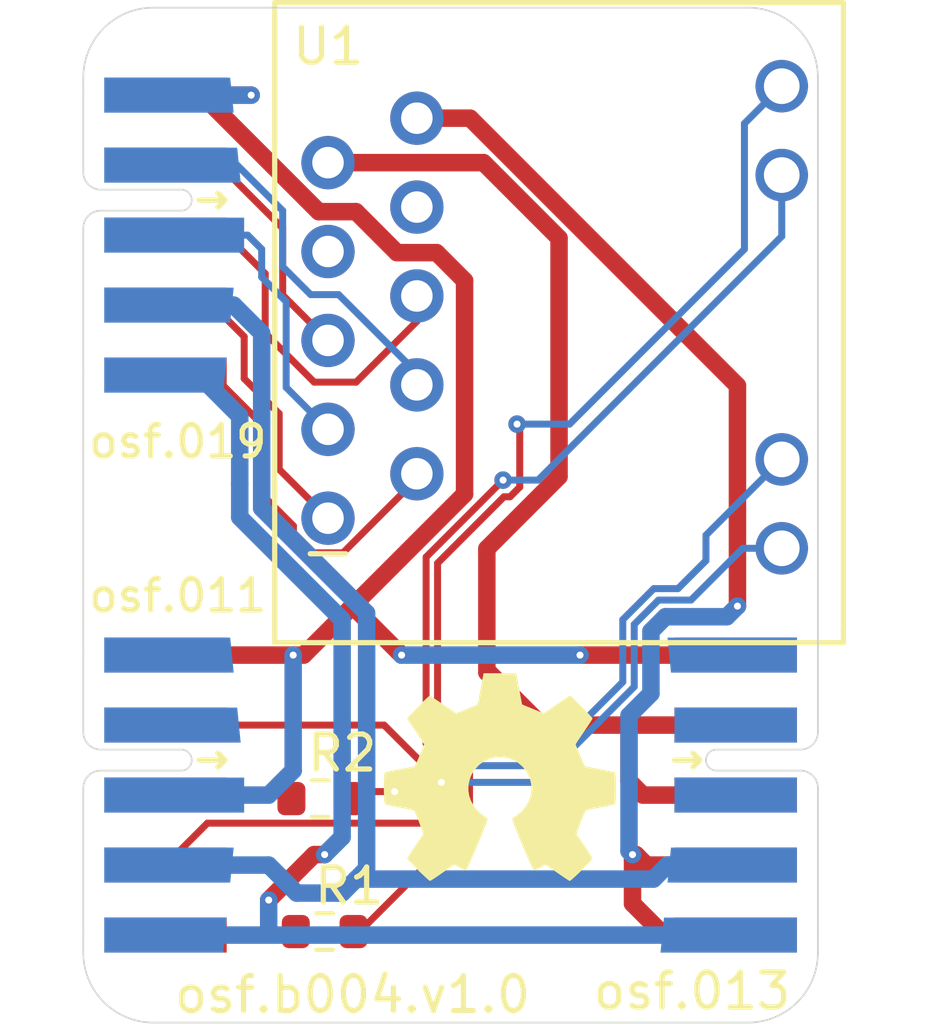
<source format=kicad_pcb>
(kicad_pcb (version 20211014) (generator pcbnew)
  (layers (0 "F.Cu" signal) (31 "B.Cu" signal) (34 "B.Paste" user) (35 "F.Paste" user) (36 "B.SilkS" user "B.Silkscreen") (37 "F.SilkS" user "F.Silkscreen") (38 "B.Mask" user) (39 "F.Mask" user) (44 "Edge.Cuts" user))
  (net 0 "")
  (net 1 "GND")
  (net 2 "/eth_conn/TD+")
  (net 3 "/eth_conn/TD-")
  (net 4 "/eth_conn/RD+")
  (net 5 "/eth_conn/RD-")
  (net 6 "/eth_conn/TCT")
  (net 7 "/eth_conn/RCT")
  (net 8 "/eth_conn/LED1+")
  (net 9 "/eth_conn/LED1-")
  (net 10 "/eth_conn/LED2+")
  (net 11 "/eth_conn/LED2-")
  (net 14 "Net-(J2-Pad9)")
  (net 15 "Net-(J2-Pad10)")
  (net 16 "/eth_conn/VC1+")
  (net 17 "Net-(R1-Pad1)")
  (net 18 "Net-(R2-Pad1)")
  (net 21 "/PoE_GND")
  (footprint "Resistor_SMD:R_0603_1608Metric" (layer "F.Cu") (at 146.775 112.6 180)
    (fp_text reference "R2" (at -0.625 1.3) (layer "F.SilkS"))
    (fp_text value "330R")
    (fp_line (start -0.237258 0.5225) (end 0.237258 0.5225) (layer "F.SilkS") (width 0.12))
    (fp_line (start -0.237258 -0.5225) (end 0.237258 -0.5225) (layer "F.SilkS") (width 0.12))
    (pad "1" smd roundrect (at -0.825 0 180) (size 0.8 0.95) (layers "F.Cu" "F.Paste" "F.Mask") (net 18 "Net-(R2-Pad1)"))
    (pad "2" smd roundrect (at 0.825 0 180) (size 0.8 0.95) (layers "F.Cu" "F.Paste" "F.Mask") (net 9 "/eth_conn/LED1-"))
  )
  (footprint "Symbol:OSHW-Symbol_6.7x6mm_SilkScreen" (layer "F.Cu") (at 151.9 112)
    (fp_text reference "LOGO1" hide)
    (fp_text value "Logo_Open_Hardware_Small" hide)
    (fp_poly (pts (xy 0.555814 -2.531069) (xy 0.639635 -2.086445) (xy 0.94892 -1.958947) (xy 1.258206 -1.831449) (xy 1.629246 -2.083754) (xy 1.733157 -2.154004) (xy 1.827087 -2.216728) (xy 1.906652 -2.269062) (xy 1.96747 -2.308143) (xy 2.005157 -2.331107) (xy 2.015421 -2.336058) (xy 2.03391 -2.323324) (xy 2.07342 -2.288118) (xy 2.129522 -2.234938) (xy 2.197787 -2.168282) (xy 2.273786 -2.092646) (xy 2.353092 -2.012528) (xy 2.431275 -1.932426) (xy 2.503907 -1.856836) (xy 2.566559 -1.790255) (xy 2.614803 -1.737182) (xy 2.64421 -1.702113) (xy 2.651241 -1.690377) (xy 2.641123 -1.66874) (xy 2.612759 -1.621338) (xy 2.569129 -1.552807) (xy 2.513218 -1.467785) (xy 2.448006 -1.370907) (xy 2.410219 -1.31565) (xy 2.341343 -1.214752) (xy 2.28014 -1.123701) (xy 2.229578 -1.04703) (xy 2.192628 -0.989272) (xy 2.172258 -0.954957) (xy 2.169197 -0.947746) (xy 2.176136 -0.927252) (xy 2.195051 -0.879487) (xy 2.223087 -0.811168) (xy 2.257391 -0.729011) (xy 2.295109 -0.63973) (xy 2.333387 -0.550042) (xy 2.36937 -0.466662) (xy 2.400206 -0.396306) (xy 2.423039 -0.34569) (xy 2.435017 -0.321529) (xy 2.435724 -0.320578) (xy 2.454531 -0.315964) (xy 2.504618 -0.305672) (xy 2.580793 -0.290713) (xy 2.677865 -0.272099) (xy 2.790643 -0.250841) (xy 2.856442 -0.238582) (xy 2.97695 -0.215638) (xy 3.085797 -0.193805) (xy 3.177476 -0.174278) (xy 3.246481 -0.158252) (xy 3.287304 -0.146921) (xy 3.295511 -0.143326) (xy 3.303548 -0.118994) (xy 3.310033 -0.064041) (xy 3.31497 0.015108) (xy 3.318364 0.112026) (xy 3.320218 0.220287) (xy 3.320538 0.333465) (xy 3.319327 0.445135) (xy 3.31659 0.548868) (xy 3.312331 0.638241) (xy 3.306555 0.706826) (xy 3.299267 0.748197) (xy 3.294895 0.75681) (xy 3.268764 0.767133) (xy 3.213393 0.781892) (xy 3.136107 0.799352) (xy 3.04423 0.81778) (xy 3.012158 0.823741) (xy 2.857524 0.852066) (xy 2.735375 0.874876) (xy 2.641673 0.89308) (xy 2.572384 0.907583) (xy 2.523471 0.919292) (xy 2.490897 0.929115) (xy 2.470628 0.937956) (xy 2.458626 0.946724) (xy 2.456947 0.948457) (xy 2.440184 0.976371) (xy 2.414614 1.030695) (xy 2.382788 1.104777) (xy 2.34726 1.191965) (xy 2.310583 1.285608) (xy 2.275311 1.379052) (xy 2.243996 1.465647) (xy 2.219193 1.53874) (xy 2.203454 1.591678) (xy 2.199332 1.617811) (xy 2.199676 1.618726) (xy 2.213641 1.640086) (xy 2.245322 1.687084) (xy 2.291391 1.754827) (xy 2.348518 1.838423) (xy 2.413373 1.932982) (xy 2.431843 1.959854) (xy 2.497699 2.057275) (xy 2.55565 2.146163) (xy 2.602538 2.221412) (xy 2.635207 2.27792) (xy 2.6505 2.310581) (xy 2.651241 2.314593) (xy 2.638392 2.335684) (xy 2.602888 2.377464) (xy 2.549293 2.435445) (xy 2.482171 2.505135) (xy 2.406087 2.582045) (xy 2.325604 2.661683) (xy 2.245287 2.739561) (xy 2.169699 2.811186) (xy 2.103405 2.87207) (xy 2.050969 2.917721) (xy 2.016955 2.94365) (xy 2.007545 2.947883) (xy 1.985643 2.937912) (xy 1.9408 2.91102) (xy 1.880321 2.871736) (xy 1.833789 2.840117) (xy 1.749475 2.782098) (xy 1.649626 2.713784) (xy 1.549473 2.645579) (xy 1.495627 2.609075) (xy 1.313371 2.4858) (xy 1.160381 2.56852) (xy 1.090682 2.604759) (xy 1.031414 2.632926) (xy 0.991311 2.648991) (xy 0.981103 2.651226) (xy 0.968829 2.634722) (xy 0.944613 2.588082) (xy 0.910263 2.515609) (xy 0.867588 2.421606) (xy 0.818394 2.310374) (xy 0.76449 2.186215) (xy 0.707684 2.053432) (xy 0.649782 1.916327) (xy 0.592593 1.779202) (xy 0.537924 1.646358) (xy 0.487584 1.522098) (xy 0.44338 1.410725) (xy 0.407119 1.316539) (xy 0.380609 1.243844) (xy 0.365658 1.196941) (xy 0.363254 1.180833) (xy 0.382311 1.160286) (xy 0.424036 1.126933) (xy 0.479706 1.087702) (xy 0.484378 1.084599) (xy 0.628264 0.969423) (xy 0.744283 0.835053) (xy 0.83143 0.685784) (xy 0.888699 0.525913) (xy 0.915086 0.359737) (xy 0.909585 0.191552) (xy 0.87119 0.025655) (xy 0.798895 -0.133658) (xy 0.777626 -0.168513) (xy 0.666996 -0.309263) (xy 0.536302 -0.422286) (xy 0.390064 -0.506997) (xy 0.232808 -0.562806) (xy 0.069057 -0.589126) (xy -0.096667 -0.58537) (xy -0.259838 -0.55095) (xy -0.415935 -0.485277) (xy -0.560433 -0.387765) (xy -0.605131 -0.348187) (xy -0.718888 -0.224297) (xy -0.801782 -0.093876) (xy -0.858644 0.052315) (xy -0.890313 0.197088) (xy -0.898131 0.35986) (xy -0.872062 0.52344) (xy -0.814755 0.682298) (xy -0.728856 0.830906) (xy -0.617014 0.963735) (xy -0.481877 1.075256) (xy -0.464117 1.087011) (xy -0.40785 1.125508) (xy -0.365077 1.158863) (xy -0.344628 1.18016) (xy -0.344331 1.180833) (xy -0.348721 1.203871) (xy -0.366124 1.256157) (xy -0.394732 1.33339) (xy -0.432735 1.431268) (xy -0.478326 1.545491) (xy -0.529697 1.671758) (xy -0.585038 1.805767) (xy -0.642542 1.943218) (xy -0.700399 2.079808) (xy -0.756802 2.211237) (xy -0.809942 2.333205) (xy -0.85801 2.441409) (xy -0.899199 2.531549) (xy -0.931699 2.599323) (xy -0.953703 2.64043) (xy -0.962564 2.651226) (xy -0.98964 2.642819) (xy -1.040303 2.620272) (xy -1.105817 2.587613) (xy -1.141841 2.56852) (xy -1.294832 2.4858) (xy -1.477088 2.609075) (xy -1.570125 2.672228) (xy -1.671985 2.741727) (xy -1.767438 2.807165) (xy -1.81525 2.840117) (xy -1.882495 2.885273) (xy -1.939436 2.921057) (xy -1.978646 2.942938) (xy -1.991381 2.947563) (xy -2.009917 2.935085) (xy -2.050941 2.900252) (xy -2.110475 2.846678) (xy -2.184542 2.777983) (xy -2.269165 2.697781) (xy -2.322685 2.646286) (xy -2.416319 2.554286) (xy -2.497241 2.471999) (xy -2.562177 2.402945) (xy -2.607858 2.350644) (xy -2.631011 2.318616) (xy -2.633232 2.312116) (xy -2.622924 2.287394) (xy -2.594439 2.237405) (xy -2.550937 2.167212) (xy -2.495577 2.081875) (xy -2.43152 1.986456) (xy -2.413303 1.959854) (xy -2.346927 1.863167) (xy -2.287378 1.776117) (xy -2.237984 1.703595) (xy -2.202075 1.650493) (xy -2.182981 1.621703) (xy -2.181136 1.618726) (xy -2.183895 1.595782) (xy -2.198538 1.545336) (xy -2.222513 1.474041) (xy -2.253266 1.388547) (xy -2.288244 1.295507) (xy -2.324893 1.201574) (xy -2.360661 1.113399) (xy -2.392994 1.037634) (xy -2.419338 0.980931) (xy -2.437142 0.949943) (xy -2.438407 0.948457) (xy -2.449294 0.939601) (xy -2.467682 0.930843) (xy -2.497606 0.921277) (xy -2.543103 0.909996) (xy -2.608209 0.896093) (xy -2.696961 0.878663) (xy -2.813393 0.856798) (xy -2.961542 0.829591) (xy -2.993618 0.823741) (xy -3.088686 0.805374) (xy -3.171565 0.787405) (xy -3.23493 0.771569) (xy -3.271458 0.7596) (xy -3.276356 0.75681) (xy -3.284427 0.732072) (xy -3.290987 0.67679) (xy -3.296033 0.597389) (xy -3.299559 0.500296) (xy -3.301561 0.391938) (xy -3.302036 0.27874) (xy -3.300977 0.167128) (xy -3.298382 0.063529) (xy -3.294246 -0.025632) (xy -3.288563 -0.093928) (xy -3.281331 -0.134934) (xy -3.276971 -0.143326) (xy -3.252698 -0.151792) (xy -3.197426 -0.165565) (xy -3.116662 -0.18345) (xy -3.015912 -0.204252) (xy -2.900683 -0.226777) (xy -2.837902 -0.238582) (xy -2.718787 -0.260849) (xy -2.612565 -0.281021) (xy -2.524427 -0.298085) (xy -2.459566 -0.311031) (xy -2.423174 -0.318845) (xy -2.417184 -0.320578) (xy -2.407061 -0.34011) (xy -2.385662 -0.387157) (xy -2.355839 -0.454997) (xy -2.320445 -0.536909) (xy -2.282332 -0.626172) (xy -2.244353 -0.716065) (xy -2.20936 -0.799865) (xy -2.180206 -0.870853) (xy -2.159743 -0.922306) (xy -2.150823 -0.947503) (xy -2.150657 -0.948604) (xy -2.160769 -0.968481) (xy -2.189117 -1.014223) (xy -2.232723 -1.081283) (xy -2.288606 -1.165116) (xy -2.353787 -1.261174) (xy -2.391679 -1.31635) (xy -2.460725 -1.417519) (xy -2.52205 -1.50937) (xy -2.572663 -1.587256) (xy -2.609571 -1.646531) (xy -2.629782 -1.682549) (xy -2.632701 -1.690623) (xy -2.620153 -1.709416) (xy -2.585463 -1.749543) (xy -2.533063 -1.806507) (xy -2.467384 -1.875815) (xy -2.392856 -1.952969) (xy -2.313913 -2.033475) (xy -2.234983 -2.112837) (xy -2.1605 -2.18656) (xy -2.094894 -2.250148) (xy -2.042596 -2.299106) (xy -2.008039 -2.328939) (xy -1.996478 -2.336058) (xy -1.977654 -2.326047) (xy -1.932631 -2.297922) (xy -1.865787 -2.254546) (xy -1.781499 -2.198782) (xy -1.684144 -2.133494) (xy -1.610707 -2.083754) (xy -1.239667 -1.831449) (xy -0.621095 -2.086445) (xy -0.537275 -2.531069) (xy -0.453454 -2.975693) (xy 0.471994 -2.975693) (xy 0.555814 -2.531069)) (layer "F.SilkS") (width 0.01) (fill solid))
  )
  (footprint "on_edge:on_edge_2x05_device" (layer "F.Cu") (at 140 112.5 -90)
    (fp_text reference "J2")
    (fp_text value "011_GPIO")
    (fp_line (start -1 -4.05) (end -1 -3.323) (layer "F.SilkS") (width 0.153))
    (fp_line (start -1 -4.05) (end -0.8 -3.85) (layer "F.SilkS") (width 0.153))
    (fp_line (start -1.2 -3.85) (end -1 -4.05) (layer "F.SilkS") (width 0.153))
    (fp_line (start -4 0) (end -1.8 0) (layer "Edge.Cuts") (width 0.05))
    (fp_line (start -0.7 -0.5) (end -0.7 -2.8) (layer "Edge.Cuts") (width 0.05))
    (fp_line (start -1.3 -2.8) (end -1.3 -0.5) (layer "Edge.Cuts") (width 0.05))
    (fp_line (start -0.2 0) (end 4 0) (layer "Edge.Cuts") (width 0.05))
    (fp_arc (start -1.3 -2.8) (mid -1 -3.1) (end -0.7 -2.8) (layer "Edge.Cuts") (width 0.05))
    (fp_arc (start -1.3 -0.5) (mid -1.446447 -0.146447) (end -1.8 0) (layer "Edge.Cuts") (width 0.05))
    (fp_arc (start -0.2 0) (mid -0.553553 -0.146447) (end -0.7 -0.5) (layer "Edge.Cuts") (width 0.05))
    (pad "1" smd rect (at -4 -2.35 90) (size 1 3.5) (layers "F.Cu" "F.Mask") (net 1 "GND"))
    (pad "2" smd rect (at -2 -2.35 270) (size 1 3.5) (layers "F.Cu" "F.Mask") (net 8 "/eth_conn/LED1+"))
    (pad "3" smd rect (at 0 -2.35 270) (size 1 3.5) (layers "F.Cu" "F.Mask") (net 9 "/eth_conn/LED1-"))
    (pad "4" smd rect (at 2 -2.35 90) (size 1 3.5) (layers "F.Cu" "F.Mask") (net 10 "/eth_conn/LED2+"))
    (pad "5" smd rect (at 4 -2.35 90) (size 1 3.5) (layers "F.Cu" "F.Mask") (net 11 "/eth_conn/LED2-"))
    (pad "6" smd custom (at -4 -2.4 270) (size 1 3.6) (layers "B.Cu" "B.Mask") (options (clearance outline) (anchor rect)) (primitives (gr_poly (pts (xy 0.5 -1.8) (xy 0.5 -1.9) (xy -0.5 -1.8)) (width 0) (fill yes))))
    (pad "7" smd custom (at -2 -2.1 270) (size 1 3) (layers "B.Cu" "B.Mask") (options (clearance outline) (anchor rect)) (primitives (gr_poly (pts (xy 0.3 -0.51) (xy 0.31 -0.62) (xy 0.33 -0.7) (xy 0.35 -0.76) (xy 0.37 -0.81) (xy 0.4 -0.86) (xy 0.44 -0.92) (xy 0.48 -0.97) (xy 0.5 -0.99) (xy 0.5 -2.4) (xy -0.5 -2.3) (xy -0.5 1.5) (xy 0.3 1.5)) (width 0) (fill yes))))
    (pad "8" smd rect (at 0 -2.6 270) (size 1 4) (layers "B.Cu" "B.Mask") (net 1 "GND"))
    (pad "9" smd custom (at 2 -2.4 270) (size 1 3.6) (layers "B.Cu" "B.Mask") (net 14 "Net-(J2-Pad9)") (options (clearance outline) (anchor rect)) (primitives (gr_poly (pts (xy -0.5 -1.8) (xy -0.5 -1.9) (xy 0.5 -1.8)) (width 0) (fill yes))))
    (pad "10" smd custom (at 4 -2.3 270) (size 1 3.4) (layers "B.Cu" "B.Mask") (net 15 "Net-(J2-Pad10)") (options (clearance outline) (anchor rect)) (primitives (gr_poly (pts (xy -0.5 -1.7) (xy -0.5 -1.8) (xy 0.5 -1.7)) (width 0) (fill yes))))
  )
  (footprint "on_edge:on_edge_2x05_host" (layer "F.Cu") (at 161 112.5 -90)
    (fp_text reference "J3")
    (fp_text value "PoE")
    (fp_line (start -1 4.1) (end -1 3.373) (layer "F.SilkS") (width 0.153))
    (fp_line (start -0.8 3.573) (end -1 3.373) (layer "F.SilkS") (width 0.153))
    (fp_line (start -1 3.373) (end -1.2 3.573) (layer "F.SilkS") (width 0.153))
    (fp_line (start -0.2 0) (end 4 0) (layer "Edge.Cuts") (width 0.05))
    (fp_line (start -4 0) (end -1.8 0) (layer "Edge.Cuts") (width 0.05))
    (fp_line (start -0.7 2.9) (end -0.7 0.5) (layer "Edge.Cuts") (width 0.05))
    (fp_line (start -1.3 0.5) (end -1.3 2.9) (layer "Edge.Cuts") (width 0.05))
    (fp_arc (start -1.8 0) (mid -1.446447 0.146447) (end -1.3 0.5) (layer "Edge.Cuts") (width 0.05))
    (fp_arc (start -0.7 0.5) (mid -0.553553 0.146447) (end -0.2 0) (layer "Edge.Cuts") (width 0.05))
    (fp_arc (start -0.7 2.9) (mid -1 3.2) (end -1.3 2.9) (layer "Edge.Cuts") (width 0.05))
    (pad "1" smd rect (at -4 2.35 270) (size 1 3.5) (layers "F.Cu" "F.Mask") (net 1 "GND"))
    (pad "2" smd rect (at -2 2.35 270) (size 1 3.5) (layers "F.Cu" "F.Mask") (net 16 "/eth_conn/VC1+"))
    (pad "3" smd rect (at 0 2.35 270) (size 1 3.5) (layers "F.Cu" "F.Mask") (net 16 "/eth_conn/VC1+"))
    (pad "4" smd rect (at 2 2.35 270) (size 1 3.5) (layers "F.Cu" "F.Mask") (net 21 "/PoE_GND"))
    (pad "5" smd rect (at 4 2.35 270) (size 1 3.5) (layers "F.Cu" "F.Mask") (net 21 "/PoE_GND"))
    (pad "6" smd custom (at -4 2.4 90) (size 1 3.6) (layers "B.Cu" "B.Mask") (options (clearance outline) (anchor rect)) (primitives (gr_poly (pts (xy 0.5 -1.8) (xy -0.5 -1.8) (xy 0.5 -1.9)) (width 0) (fill yes))))
    (pad "7" smd rect (at -2 2.35 90) (size 1 3.5) (layers "B.Cu" "B.Mask"))
    (pad "8" smd rect (at 0 2.35 90) (size 1 3.5) (layers "B.Cu" "B.Mask"))
    (pad "9" smd custom (at 2 2.4 90) (size 1 3.6) (layers "B.Cu" "B.Mask") (net 14 "Net-(J2-Pad9)") (options (clearance outline) (anchor rect)) (primitives (gr_poly (pts (xy 0.5 -1.8) (xy -0.5 -1.8) (xy -0.5 -1.9)) (width 0) (fill yes))))
    (pad "10" smd custom (at 4 2.5 90) (size 1 3.8) (layers "B.Cu" "B.Mask") (net 15 "Net-(J2-Pad10)") (options (clearance outline) (anchor rect)) (primitives (gr_poly (pts (xy 0.5 -1.9) (xy -0.5 -1.9) (xy -0.5 -2)) (width 0) (fill yes))))
  )
  (footprint "b004:7499211121A" (layer "F.Cu") (at 146.996 94.428 -90)
    (fp_text reference "U1" (at -3.328 -0.004) (layer "F.SilkS"))
    (fp_text value "7499211121A")
    (fp_line (start 11.176 0.508) (end 11.176 -0.508) (layer "F.SilkS") (width 0.15))
    (fp_line (start 13.208 -14.732) (end -4.572 -14.732) (layer "F.SilkS") (width 0.15))
    (fp_line (start 13.208 -14.732) (end 13.716 -14.732) (layer "F.SilkS") (width 0.15))
    (fp_line (start 13.716 -14.732) (end 13.716 1.524) (layer "F.SilkS") (width 0.15))
    (fp_line (start -4.572 1.524) (end -4.572 -14.732) (layer "F.SilkS") (width 0.15))
    (fp_line (start -4.572 1.524) (end 13.716 1.524) (layer "F.SilkS") (width 0.15))
    (pad "" np_thru_hole circle (at 12.19 -5.84 270) (size 1.6 1.6) (drill 1.6) (layers *.Cu *.Mask))
    (pad "" np_thru_hole circle (at 10.16 -8.89 270) (size 3.25 3.25) (drill 3.25) (layers *.Cu *.Mask))
    (pad "" np_thru_hole circle (at -3.3 -5.84 270) (size 1.6 1.6) (drill 1.6) (layers *.Cu *.Mask))
    (pad "" np_thru_hole circle (at -1.27 -8.89 270) (size 3.25 3.25) (drill 3.25) (layers *.Cu *.Mask))
    (pad "1" thru_hole circle (at 10.16 0 270) (size 1.524 1.524) (drill 0.9) (layers *.Cu *.Mask) (net 4 "/eth_conn/RD+"))
    (pad "2" thru_hole circle (at 8.89 -2.54 270) (size 1.524 1.524) (drill 0.9) (layers *.Cu *.Mask) (net 5 "/eth_conn/RD-"))
    (pad "3" thru_hole circle (at 7.62 0 270) (size 1.524 1.524) (drill 0.9) (layers *.Cu *.Mask) (net 7 "/eth_conn/RCT"))
    (pad "4" thru_hole circle (at 6.35 -2.54 270) (size 1.524 1.524) (drill 0.9) (layers *.Cu *.Mask) (net 6 "/eth_conn/TCT"))
    (pad "5" thru_hole circle (at 5.08 0 270) (size 1.524 1.524) (drill 0.9) (layers *.Cu *.Mask) (net 2 "/eth_conn/TD+"))
    (pad "6" thru_hole circle (at 3.81 -2.54 270) (size 1.524 1.524) (drill 0.9) (layers *.Cu *.Mask) (net 3 "/eth_conn/TD-"))
    (pad "7" thru_hole circle (at 2.54 0 270) (size 1.524 1.524) (drill 0.9) (layers *.Cu *.Mask))
    (pad "8" thru_hole circle (at 1.27 -2.54 270) (size 1.524 1.524) (drill 0.9) (layers *.Cu *.Mask))
    (pad "9" thru_hole circle (at 0 0 270) (size 1.524 1.524) (drill 0.9) (layers *.Cu *.Mask) (net 16 "/eth_conn/VC1+"))
    (pad "10" thru_hole circle (at -1.27 -2.54 270) (size 1.524 1.524) (drill 0.9) (layers *.Cu *.Mask) (net 21 "/PoE_GND"))
    (pad "11" thru_hole circle (at 11.02 -12.97 270) (size 1.5 1.5) (drill 1.02) (layers *.Cu *.Mask) (net 8 "/eth_conn/LED1+"))
    (pad "12" thru_hole circle (at 8.48 -12.97 270) (size 1.5 1.5) (drill 1.02) (layers *.Cu *.Mask) (net 18 "Net-(R2-Pad1)"))
    (pad "13" thru_hole circle (at 0.355 -12.97 270) (size 1.5 1.5) (drill 1.02) (layers *.Cu *.Mask) (net 10 "/eth_conn/LED2+"))
    (pad "14" thru_hole circle (at -2.185 -12.97 270) (size 1.5 1.5) (drill 1.02) (layers *.Cu *.Mask) (net 17 "Net-(R1-Pad1)"))
  )
  (footprint "on_edge:on_edge_2x05_device" (layer "F.Cu") (at 140 96.5 -90)
    (fp_text reference "J1")
    (fp_text value "019_100BASE-T_2x5")
    (fp_line (start -1 -4.05) (end -0.8 -3.85) (layer "F.SilkS") (width 0.153))
    (fp_line (start -1.2 -3.85) (end -1 -4.05) (layer "F.SilkS") (width 0.153))
    (fp_line (start -1 -4.05) (end -1 -3.323) (layer "F.SilkS") (width 0.153))
    (fp_line (start -4 0) (end -1.8 0) (layer "Edge.Cuts") (width 0.05))
    (fp_line (start -0.7 -0.5) (end -0.7 -2.8) (layer "Edge.Cuts") (width 0.05))
    (fp_line (start -0.2 0) (end 4 0) (layer "Edge.Cuts") (width 0.05))
    (fp_line (start -1.3 -2.8) (end -1.3 -0.5) (layer "Edge.Cuts") (width 0.05))
    (fp_arc (start -0.2 0) (mid -0.553553 -0.146447) (end -0.7 -0.5) (layer "Edge.Cuts") (width 0.05))
    (fp_arc (start -1.3 -2.8) (mid -1 -3.1) (end -0.7 -2.8) (layer "Edge.Cuts") (width 0.05))
    (fp_arc (start -1.3 -0.5) (mid -1.446447 -0.146447) (end -1.8 0) (layer "Edge.Cuts") (width 0.05))
    (pad "1" smd rect (at -4 -2.35 90) (size 1 3.5) (layers "F.Cu" "F.Mask") (net 1 "GND"))
    (pad "2" smd rect (at -2 -2.35 270) (size 1 3.5) (layers "F.Cu" "F.Mask") (net 2 "/eth_conn/TD+"))
    (pad "3" smd rect (at 0 -2.35 270) (size 1 3.5) (layers "F.Cu" "F.Mask") (net 3 "/eth_conn/TD-"))
    (pad "4" smd rect (at 2 -2.35 90) (size 1 3.5) (layers "F.Cu" "F.Mask") (net 4 "/eth_conn/RD+"))
    (pad "5" smd rect (at 4 -2.35 90) (size 1 3.5) (layers "F.Cu" "F.Mask") (net 5 "/eth_conn/RD-"))
    (pad "6" smd custom (at -4 -2.4 270) (size 1 3.6) (layers "B.Cu" "B.Mask") (net 1 "GND") (options (clearance outline) (anchor rect)) (primitives (gr_poly (pts (xy 0.5 -1.8) (xy 0.5 -1.9) (xy -0.5 -1.8)) (width 0) (fill yes))))
    (pad "7" smd custom (at -2 -2.1 270) (size 1 3) (layers "B.Cu" "B.Mask") (net 6 "/eth_conn/TCT") (options (clearance outline) (anchor rect)) (primitives (gr_poly (pts (xy 0.3 -0.51) (xy 0.31 -0.62) (xy 0.33 -0.7) (xy 0.35 -0.76) (xy 0.37 -0.81) (xy 0.4 -0.86) (xy 0.44 -0.92) (xy 0.48 -0.97) (xy 0.5 -0.99) (xy 0.5 -2.4) (xy -0.5 -2.3) (xy -0.5 1.5) (xy 0.3 1.5)) (width 0) (fill yes))))
    (pad "8" smd rect (at 0 -2.6 270) (size 1 4) (layers "B.Cu" "B.Mask") (net 7 "/eth_conn/RCT"))
    (pad "9" smd custom (at 2 -2.4 270) (size 1 3.6) (layers "B.Cu" "B.Mask") (net 14 "Net-(J2-Pad9)") (options (clearance outline) (anchor rect)) (primitives (gr_poly (pts (xy -0.5 -1.8) (xy -0.5 -1.9) (xy 0.5 -1.8)) (width 0) (fill yes))))
    (pad "10" smd custom (at 4 -2.3 270) (size 1 3.4) (layers "B.Cu" "B.Mask") (net 15 "Net-(J2-Pad10)") (options (clearance outline) (anchor rect)) (primitives (gr_poly (pts (xy -0.5 -1.7) (xy -0.5 -1.8) (xy 0.5 -1.7)) (width 0) (fill yes))))
  )
  (footprint "Resistor_SMD:R_0603_1608Metric" (layer "F.Cu") (at 146.9 116.4 180)
    (fp_text reference "R1" (at -0.7 1.3) (layer "F.SilkS"))
    (fp_text value "330R")
    (fp_line (start -0.237258 0.5225) (end 0.237258 0.5225) (layer "F.SilkS") (width 0.12))
    (fp_line (start -0.237258 -0.5225) (end 0.237258 -0.5225) (layer "F.SilkS") (width 0.12))
    (pad "1" smd roundrect (at -0.825 0 180) (size 0.8 0.95) (layers "F.Cu" "F.Paste" "F.Mask") (net 17 "Net-(R1-Pad1)"))
    (pad "2" smd roundrect (at 0.825 0 180) (size 0.8 0.95) (layers "F.Cu" "F.Paste" "F.Mask") (net 11 "/eth_conn/LED2-"))
  )
  (gr_line (start 142 90) (end 159 90) (layer "Edge.Cuts") (width 0.05))
  (gr_line (start 140 116.5) (end 140 117) (layer "Edge.Cuts") (width 0.05))
  (gr_arc (start 161 117) (mid 160.414214 118.414214) (end 159 119) (layer "Edge.Cuts") (width 0.05))
  (gr_line (start 140 100.5) (end 140 108.5) (layer "Edge.Cuts") (width 0.05))
  (gr_line (start 159 119) (end 142 119) (layer "Edge.Cuts") (width 0.05))
  (gr_arc (start 159 90) (mid 160.414214 90.585786) (end 161 92) (layer "Edge.Cuts") (width 0.05))
  (gr_line (start 161 101) (end 161 108.5) (layer "Edge.Cuts") (width 0.05))
  (gr_line (start 140 92) (end 140 92.5) (layer "Edge.Cuts") (width 0.05))
  (gr_arc (start 142 119) (mid 140.585786 118.414214) (end 140 117) (layer "Edge.Cuts") (width 0.05))
  (gr_line (start 161 101) (end 161 92) (layer "Edge.Cuts") (width 0.05))
  (gr_arc (start 140 92) (mid 140.585786 90.585786) (end 142 90) (layer "Edge.Cuts") (width 0.05))
  (gr_line (start 161 116.5) (end 161 117) (layer "Edge.Cuts") (width 0.05))
  (gr_text "osf.b004.v1.0" (at 147.7 118.2) (layer "F.SilkS") (effects (font (size 1 1))))
  (gr_text "osf.019" (at 142.7 102.4) (layer "F.SilkS") (effects (font (size 0.9 0.9))))
  (gr_text "osf.011" (at 142.7 106.8) (layer "F.SilkS") (effects (font (size 0.9 0.9))))
  (gr_text "osf.013" (at 157.4 118.1) (layer "F.SilkS") (effects (font (size 1 1))))
  (segment (start 147.8 107.2) (end 147.6 107.2) (width 0.5) (layer "F.Cu") (net 1))
  (segment (start 149.1 108.5) (end 147.8 107.2) (width 0.5) (layer "F.Cu") (net 1))
  (segment (start 158.65 108.5) (end 154.2 108.5) (width 0.5) (layer "F.Cu") (net 1))
  (segment (start 150.9 97.8) (end 150.9 103.9) (width 0.5) (layer "F.Cu") (net 1))
  (segment (start 143.4 92.5) (end 146.729 95.829) (width 0.5) (layer "F.Cu") (net 1))
  (segment (start 147.6 107.2) (end 146.3 108.5) (width 0.5) (layer "F.Cu") (net 1))
  (segment (start 146.3 108.5) (end 146 108.5) (width 0.5) (layer "F.Cu") (net 1))
  (segment (start 150.9 103.9) (end 147.6 107.2) (width 0.5) (layer "F.Cu") (net 1))
  (segment (start 150.1 97) (end 150.9 97.8) (width 0.5) (layer "F.Cu") (net 1))
  (segment (start 146.729 95.829) (end 147.794999 95.829) (width 0.5) (layer "F.Cu") (net 1))
  (segment (start 142.35 92.5) (end 143.4 92.5) (width 0.5) (layer "F.Cu") (net 1))
  (segment (start 147.794999 95.829) (end 148.965999 97) (width 0.5) (layer "F.Cu") (net 1))
  (segment (start 146 108.5) (end 142.35 108.5) (width 0.5) (layer "F.Cu") (net 1))
  (segment (start 144.8 92.5) (end 142.35 92.5) (width 0.5) (layer "F.Cu") (net 1))
  (segment (start 148.965999 97) (end 150.1 97) (width 0.5) (layer "F.Cu") (net 1))
  (via (at 144.8 92.5) (size 0.5) (drill 0.2) (layers "F.Cu" "B.Cu") (net 1))
  (via (at 154.2 108.5) (size 0.5) (drill 0.2) (layers "F.Cu" "B.Cu") (net 1))
  (via (at 149.1 108.5) (size 0.5) (drill 0.2) (layers "F.Cu" "B.Cu") (net 1))
  (via (at 146 108.5) (size 0.5) (drill 0.2) (layers "F.Cu" "B.Cu") (net 1))
  (segment (start 142.4 92.5) (end 144.8 92.5) (width 0.5) (layer "B.Cu") (net 1))
  (segment (start 146 111.8) (end 146 108.5) (width 0.5) (layer "B.Cu") (net 1))
  (segment (start 154.2 108.5) (end 149.1 108.5) (width 0.5) (layer "B.Cu") (net 1))
  (segment (start 145.3 112.5) (end 146 111.8) (width 0.5) (layer "B.Cu") (net 1))
  (segment (start 142.6 112.5) (end 145.3 112.5) (width 0.5) (layer "B.Cu") (net 1))
  (segment (start 145.7 96.3) (end 145.7 98.212) (width 0.2) (layer "F.Cu") (net 2))
  (segment (start 142.35 94.5) (end 143.9 94.5) (width 0.2) (layer "F.Cu") (net 2))
  (segment (start 143.9 94.5) (end 145.7 96.3) (width 0.2) (layer "F.Cu") (net 2))
  (segment (start 145.7 98.212) (end 146.996 99.508) (width 0.2) (layer "F.Cu") (net 2))
  (segment (start 147.8 100.7) (end 149.536 98.964) (width 0.2) (layer "F.Cu") (net 3))
  (segment (start 149.536 98.964) (end 149.536 98.238) (width 0.2) (layer "F.Cu") (net 3))
  (segment (start 145.2 97.6) (end 145.2 99.3) (width 0.2) (layer "F.Cu") (net 3))
  (segment (start 146.6 100.7) (end 147.8 100.7) (width 0.2) (layer "F.Cu") (net 3))
  (segment (start 145.2 99.3) (end 146.6 100.7) (width 0.2) (layer "F.Cu") (net 3))
  (segment (start 142.35 96.5) (end 144.1 96.5) (width 0.2) (layer "F.Cu") (net 3))
  (segment (start 144.1 96.5) (end 145.2 97.6) (width 0.2) (layer "F.Cu") (net 3))
  (segment (start 143.7 98.5) (end 142.35 98.5) (width 0.2) (layer "F.Cu") (net 4))
  (segment (start 144.6 99.4) (end 143.7 98.5) (width 0.2) (layer "F.Cu") (net 4))
  (segment (start 145.6 101.6) (end 144.6 100.6) (width 0.2) (layer "F.Cu") (net 4))
  (segment (start 145.6 103.192) (end 145.6 101.6) (width 0.2) (layer "F.Cu") (net 4))
  (segment (start 144.6 100.6) (end 144.6 99.4) (width 0.2) (layer "F.Cu") (net 4))
  (segment (start 146.996 104.588) (end 145.6 103.192) (width 0.2) (layer "F.Cu") (net 4))
  (segment (start 149.536 103.464) (end 149.536 103.318) (width 0.2) (layer "F.Cu") (net 5))
  (segment (start 145 101.8) (end 145 103.8) (width 0.2) (layer "F.Cu") (net 5))
  (segment (start 143.7 100.5) (end 145 101.8) (width 0.2) (layer "F.Cu") (net 5))
  (segment (start 142.35 100.5) (end 143.7 100.5) (width 0.2) (layer "F.Cu") (net 5))
  (segment (start 147.423 105.577) (end 149.536 103.464) (width 0.2) (layer "F.Cu") (net 5))
  (segment (start 146.007 104.807) (end 146.007 104.997658) (width 0.2) (layer "F.Cu") (net 5))
  (segment (start 146.007 104.997658) (end 146.586342 105.577) (width 0.2) (layer "F.Cu") (net 5))
  (segment (start 146.586342 105.577) (end 147.423 105.577) (width 0.2) (layer "F.Cu") (net 5))
  (segment (start 145 103.8) (end 146.007 104.807) (width 0.2) (layer "F.Cu") (net 5))
  (segment (start 145.7 95.8) (end 145.7 97.4) (width 0.2) (layer "B.Cu") (net 6))
  (segment (start 145.7 97.4) (end 146.5 98.2) (width 0.2) (layer "B.Cu") (net 6))
  (segment (start 149.536 100.436) (end 149.536 100.778) (width 0.2) (layer "B.Cu") (net 6))
  (segment (start 147.3 98.2) (end 149.536 100.436) (width 0.2) (layer "B.Cu") (net 6))
  (segment (start 146.5 98.2) (end 147.3 98.2) (width 0.2) (layer "B.Cu") (net 6))
  (segment (start 144.4 94.5) (end 145.7 95.8) (width 0.2) (layer "B.Cu") (net 6))
  (segment (start 142.1 94.5) (end 144.4 94.5) (width 0.2) (layer "B.Cu") (net 6))
  (segment (start 144.7 96.5) (end 145.1 96.9) (width 0.2) (layer "B.Cu") (net 7))
  (segment (start 142.6 96.5) (end 144.7 96.5) (width 0.2) (layer "B.Cu") (net 7))
  (segment (start 145.8 100.852) (end 146.996 102.048) (width 0.2) (layer "B.Cu") (net 7))
  (segment (start 145.1 96.9) (end 145.1 97.7) (width 0.2) (layer "B.Cu") (net 7))
  (segment (start 145.8 98.4) (end 145.8 100.852) (width 0.2) (layer "B.Cu") (net 7))
  (segment (start 145.1 97.7) (end 145.8 98.4) (width 0.2) (layer "B.Cu") (net 7))
  (segment (start 150.236937 112.136937) (end 148.6 110.5) (width 0.2) (layer "F.Cu") (net 8))
  (segment (start 148.6 110.5) (end 142.35 110.5) (width 0.2) (layer "F.Cu") (net 8))
  (via (at 150.236937 112.136937) (size 0.5) (drill 0.2) (layers "F.Cu" "B.Cu") (net 8))
  (segment (start 155.7495 107.62192) (end 155.7495 109.40242) (width 0.2) (layer "B.Cu") (net 8))
  (segment (start 153.014983 112.136937) (end 150.236937 112.136937) (width 0.2) (layer "B.Cu") (net 8))
  (segment (start 156.44442 106.927) (end 155.7495 107.62192) (width 0.2) (layer "B.Cu") (net 8))
  (segment (start 157.373 106.927) (end 156.44442 106.927) (width 0.2) (layer "B.Cu") (net 8))
  (segment (start 158.852 105.448) (end 157.373 106.927) (width 0.2) (layer "B.Cu") (net 8))
  (segment (start 155.7495 109.40242) (end 153.014983 112.136937) (width 0.2) (layer "B.Cu") (net 8))
  (segment (start 159.966 105.448) (end 158.852 105.448) (width 0.2) (layer "B.Cu") (net 8))
  (segment (start 145.85 112.5) (end 145.95 112.6) (width 0.2) (layer "F.Cu") (net 9))
  (segment (start 142.35 112.5) (end 145.85 112.5) (width 0.2) (layer "F.Cu") (net 9))
  (segment (start 150.498 113.302) (end 143.548 113.302) (width 0.2) (layer "F.Cu") (net 10))
  (segment (start 150.713937 113.086063) (end 150.498 113.302) (width 0.2) (layer "F.Cu") (net 10))
  (segment (start 150.713937 111.939357) (end 150.713937 113.086063) (width 0.2) (layer "F.Cu") (net 10))
  (segment (start 149.8 105.7) (end 149.8 111.02542) (width 0.2) (layer "F.Cu") (net 10))
  (segment (start 152 103.5) (end 149.8 105.7) (width 0.2) (layer "F.Cu") (net 10))
  (segment (start 149.8 111.02542) (end 150.713937 111.939357) (width 0.2) (layer "F.Cu") (net 10))
  (segment (start 143.548 113.302) (end 142.35 114.5) (width 0.2) (layer "F.Cu") (net 10))
  (via (at 152 103.5) (size 0.5) (drill 0.2) (layers "F.Cu" "B.Cu") (net 10))
  (segment (start 159.966 96.534) (end 159.966 94.783) (width 0.2) (layer "B.Cu") (net 10))
  (segment (start 152 103.5) (end 153 103.5) (width 0.2) (layer "B.Cu") (net 10))
  (segment (start 153 103.5) (end 159.966 96.534) (width 0.2) (layer "B.Cu") (net 10))
  (segment (start 145.975 116.5) (end 146.075 116.4) (width 0.2) (layer "F.Cu") (net 11))
  (segment (start 142.35 116.5) (end 145.975 116.5) (width 0.2) (layer "F.Cu") (net 11))
  (segment (start 145.1 99.3) (end 145.1 104.30279) (width 0.5) (layer "B.Cu") (net 14))
  (segment (start 148.1 114.6) (end 147.8 114.9) (width 0.5) (layer "B.Cu") (net 14))
  (segment (start 147.39721 106.6) (end 147.4 106.6) (width 0.5) (layer "B.Cu") (net 14))
  (segment (start 142.4 98.5) (end 144.3 98.5) (width 0.5) (layer "B.Cu") (net 14))
  (segment (start 148.1 107.3) (end 148.1 114.6) (width 0.5) (layer "B.Cu") (net 14))
  (segment (start 146.1 115.3) (end 145.3 114.5) (width 0.5) (layer "B.Cu") (net 14))
  (segment (start 156.3 114.9) (end 147.8 114.9) (width 0.5) (layer "B.Cu") (net 14))
  (segment (start 147.8 114.9) (end 147.4 115.3) (width 0.5) (layer "B.Cu") (net 14))
  (segment (start 145.1 104.30279) (end 147.39721 106.6) (width 0.5) (layer "B.Cu") (net 14))
  (segment (start 156.7 114.5) (end 156.3 114.9) (width 0.5) (layer "B.Cu") (net 14))
  (segment (start 147.4 115.3) (end 146.1 115.3) (width 0.5) (layer "B.Cu") (net 14))
  (segment (start 145.3 114.5) (end 142.4 114.5) (width 0.5) (layer "B.Cu") (net 14))
  (segment (start 144.3 98.5) (end 145.1 99.3) (width 0.5) (layer "B.Cu") (net 14))
  (segment (start 147.4 106.6) (end 148.1 107.3) (width 0.5) (layer "B.Cu") (net 14))
  (segment (start 158.6 114.5) (end 156.7 114.5) (width 0.5) (layer "B.Cu") (net 14))
  (segment (start 146.9 114.2) (end 146.6 114.2) (width 0.5) (layer "F.Cu") (net 15))
  (segment (start 146.6 114.2) (end 145.3 115.5) (width 0.5) (layer "F.Cu") (net 15))
  (via (at 146.9 114.2) (size 0.5) (drill 0.2) (layers "F.Cu" "B.Cu") (net 15))
  (via (at 145.3 115.5) (size 0.5) (drill 0.2) (layers "F.Cu" "B.Cu") (net 15))
  (segment (start 144.473 104.562502) (end 146.105249 106.194751) (width 0.5) (layer "B.Cu") (net 15))
  (segment (start 146.105249 106.194751) (end 147.4 107.489502) (width 0.5) (layer "B.Cu") (net 15))
  (segment (start 147.4 107.489502) (end 147.4 113.7) (width 0.5) (layer "B.Cu") (net 15))
  (segment (start 144.2 101.4) (end 144.473 101.673) (width 0.5) (layer "B.Cu") (net 15))
  (segment (start 147.4 113.7) (end 146.9 114.2) (width 0.5) (layer "B.Cu") (net 15))
  (segment (start 145.3 116.5) (end 142.3 116.5) (width 0.5) (layer "B.Cu") (net 15))
  (segment (start 142.3 100.5) (end 143.3 100.5) (width 0.5) (layer "B.Cu") (net 15))
  (segment (start 143.3 100.5) (end 144.2 101.4) (width 0.5) (layer "B.Cu") (net 15))
  (segment (start 145.3 115.5) (end 145.3 116.5) (width 0.5) (layer "B.Cu") (net 15))
  (segment (start 144.473 101.673) (end 144.473 103.6) (width 0.5) (layer "B.Cu") (net 15))
  (segment (start 144.473 103.6) (end 144.473 104.562502) (width 0.5) (layer "B.Cu") (net 15))
  (segment (start 158.5 116.5) (end 145.3 116.5) (width 0.5) (layer "B.Cu") (net 15))
  (segment (start 153.6 103.397418) (end 153.6 96.586712) (width 0.5) (layer "F.Cu") (net 16))
  (segment (start 151.441288 94.428) (end 146.996 94.428) (width 0.5) (layer "F.Cu") (net 16))
  (segment (start 151.594956 108.994956) (end 151.535999 108.994956) (width 0.5) (layer "F.Cu") (net 16))
  (segment (start 153.1 110.5) (end 151.594956 108.994956) (width 0.5) (layer "F.Cu") (net 16))
  (segment (start 156 112.5) (end 158.65 112.5) (width 0.5) (layer "F.Cu") (net 16))
  (segment (start 155.6 112.1) (end 156 112.5) (width 0.5) (layer "F.Cu") (net 16))
  (segment (start 155.6 110.5) (end 155.6 112.1) (width 0.5) (layer "F.Cu") (net 16))
  (segment (start 155.6 110.5) (end 158.65 110.5) (width 0.5) (layer "F.Cu") (net 16))
  (segment (start 151.535999 108.994956) (end 151.535999 105.461419) (width 0.5) (layer "F.Cu") (net 16))
  (segment (start 155.6 110.5) (end 153.1 110.5) (width 0.5) (layer "F.Cu") (net 16))
  (segment (start 151.535999 105.461419) (end 153.6 103.397418) (width 0.5) (layer "F.Cu") (net 16))
  (segment (start 153.6 96.586712) (end 151.441288 94.428) (width 0.5) (layer "F.Cu") (net 16))
  (segment (start 152.19758 103.977) (end 152.023 103.977) (width 0.2) (layer "F.Cu") (net 17))
  (segment (start 151.040937 111.803909) (end 151.040937 113.259063) (width 0.2) (layer "F.Cu") (net 17))
  (segment (start 152.4 101.9) (end 152.477 101.977) (width 0.2) (layer "F.Cu") (net 17))
  (segment (start 147.9 116.4) (end 147.725 116.4) (width 0.2) (layer "F.Cu") (net 17))
  (segment (start 152.477 103.69758) (end 152.19758 103.977) (width 0.2) (layer "F.Cu") (net 17))
  (segment (start 152.477 101.977) (end 152.477 103.69758) (width 0.2) (layer "F.Cu") (net 17))
  (segment (start 151.040937 113.259063) (end 147.9 116.4) (width 0.2) (layer "F.Cu") (net 17))
  (segment (start 150.127 105.873) (end 150.127 110.889972) (width 0.2) (layer "F.Cu") (net 17))
  (segment (start 150.127 110.889972) (end 151.040937 111.803909) (width 0.2) (layer "F.Cu") (net 17))
  (segment (start 152.023 103.977) (end 150.127 105.873) (width 0.2) (layer "F.Cu") (net 17))
  (via (at 152.4 101.9) (size 0.5) (drill 0.2) (layers "F.Cu" "B.Cu") (net 17))
  (segment (start 158.9 96.9) (end 158.9 93.309) (width 0.2) (layer "B.Cu") (net 17))
  (segment (start 152.4 101.9) (end 153.9 101.9) (width 0.2) (layer "B.Cu") (net 17))
  (segment (start 153.9 101.9) (end 158.9 96.9) (width 0.2) (layer "B.Cu") (net 17))
  (segment (start 158.9 93.309) (end 159.966 92.243) (width 0.2) (layer "B.Cu") (net 17))
  (segment (start 148.9 112.4) (end 147.8 112.4) (width 0.2) (layer "F.Cu") (net 18))
  (segment (start 147.8 112.4) (end 147.6 112.6) (width 0.2) (layer "F.Cu") (net 18))
  (via (at 148.9 112.4) (size 0.5) (drill 0.2) (layers "F.Cu" "B.Cu") (net 18))
  (segment (start 156.308972 106.6) (end 155.4225 107.486472) (width 0.2) (layer "B.Cu") (net 18))
  (segment (start 159.966 102.908) (end 157.8 105.074) (width 0.2) (layer "B.Cu") (net 18))
  (segment (start 155.4225 109.266972) (end 153.029535 111.659937) (width 0.2) (layer "B.Cu") (net 18))
  (segment (start 157.8 105.074) (end 157.8 105.8) (width 0.2) (layer "B.Cu") (net 18))
  (segment (start 157.8 105.8) (end 157 106.6) (width 0.2) (layer "B.Cu") (net 18))
  (segment (start 153.029535 111.659937) (end 149.640063 111.659937) (width 0.2) (layer "B.Cu") (net 18))
  (segment (start 157 106.6) (end 156.308972 106.6) (width 0.2) (layer "B.Cu") (net 18))
  (segment (start 149.640063 111.659937) (end 148.9 112.4) (width 0.2) (layer "B.Cu") (net 18))
  (segment (start 155.4225 107.486472) (end 155.4225 109.266972) (width 0.2) (layer "B.Cu") (net 18))
  (segment (start 156.1 114.5) (end 158.65 114.5) (width 0.5) (layer "F.Cu") (net 21))
  (segment (start 155.7 114.2) (end 155.7 115.6) (width 0.5) (layer "F.Cu") (net 21))
  (segment (start 155.7 114.2) (end 155.8 114.2) (width 0.5) (layer "F.Cu") (net 21))
  (segment (start 158.7 107.1) (end 158.7 100.8) (width 0.5) (layer "F.Cu") (net 21))
  (segment (start 158.7 100.8) (end 151.058 93.158) (width 0.5) (layer "F.Cu") (net 21))
  (segment (start 156.6 116.5) (end 158.65 116.5) (width 0.5) (layer "F.Cu") (net 21))
  (segment (start 151.058 93.158) (end 149.536 93.158) (width 0.5) (layer "F.Cu") (net 21))
  (segment (start 155.7 115.6) (end 156.6 116.5) (width 0.5) (layer "F.Cu") (net 21))
  (segment (start 155.8 114.2) (end 156.1 114.5) (width 0.5) (layer "F.Cu") (net 21))
  (via (at 155.7 114.2) (size 0.5) (drill 0.2) (layers "F.Cu" "B.Cu") (net 21))
  (via (at 158.7 107.1) (size 0.5) (drill 0.2) (layers "F.Cu" "B.Cu") (net 21))
  (segment (start 156.2265 107.8195) (end 156.642 107.404) (width 0.5) (layer "B.Cu") (net 21))
  (segment (start 155.6 110.2265) (end 156.2265 109.6) (width 0.5) (layer "B.Cu") (net 21))
  (segment (start 155.7 114.2) (end 155.6 114.1) (width 0.5) (layer "B.Cu") (net 21))
  (segment (start 156.2265 109.6) (end 156.2265 107.8195) (width 0.5) (layer "B.Cu") (net 21))
  (segment (start 156.642 107.404) (end 158.396 107.404) (width 0.5) (layer "B.Cu") (net 21))
  (segment (start 155.6 114.1) (end 155.6 110.2265) (width 0.5) (layer "B.Cu") (net 21))
  (segment (start 158.396 107.404) (end 158.7 107.1) (width 0.5) (layer "B.Cu") (net 21))
)
</source>
